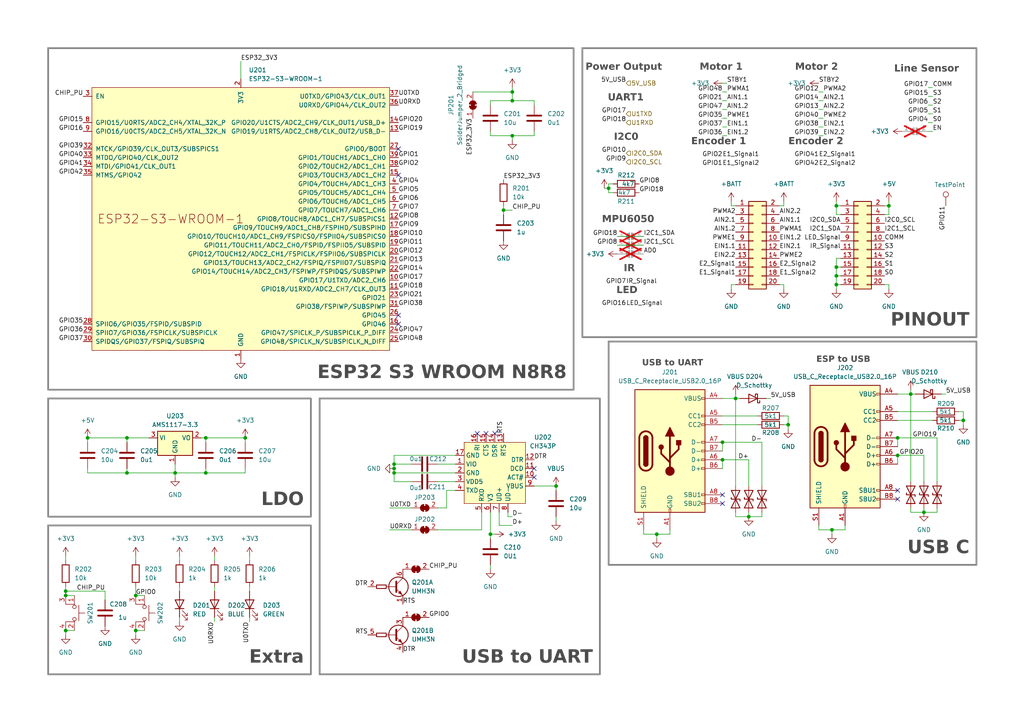
<source format=kicad_sch>
(kicad_sch (version 20231120) (generator "eeschema") (generator_version "8.0")
  (paper "A4")
  (junction (at 148.59 29.21))
  (junction (at 148.59 39.37))
  (junction (at 114.3 135.89))
  (junction (at 242.57 82.55))
  (junction (at 257.81 59.69))
  (junction (at 213.36 115.57))
  (junction (at 114.3 134.62))
  (junction (at 161.29 140.97))
  (junction (at 260.35 132.08))
  (junction (at 71.12 127))
  (junction (at 36.83 137.16))
  (junction (at 217.17 149.86))
  (junction (at 190.5 154.94))
  (junction (at 242.57 77.47))
  (junction (at 146.05 60.96))
  (junction (at 209.55 128.27))
  (junction (at 228.6 123.19))
  (junction (at 242.57 80.01))
  (junction (at 50.8 137.16))
  (junction (at 19.05 182.88))
  (junction (at 260.35 127))
  (junction (at 242.57 59.69))
  (junction (at 241.3 153.67))
  (junction (at 142.24 154.94))
  (junction (at 59.69 127))
  (junction (at 36.83 127))
  (junction (at 176.53 54.61))
  (junction (at 209.55 133.35))
  (junction (at 39.37 182.88))
  (junction (at 19.05 171.45))
  (junction (at 114.3 137.16))
  (junction (at 19.05 172.72))
  (junction (at 267.97 148.59))
  (junction (at 264.16 114.3))
  (junction (at 25.4 127))
  (junction (at 279.4 121.92))
  (junction (at 39.37 172.72))
  (junction (at 148.59 26.67))
  (junction (at 59.69 137.16))
  (no_connect (at 115.57 91.44))
  (no_connect (at 115.57 93.98))
  (no_connect (at 138.43 125.73))
  (no_connect (at 115.57 50.8))
  (no_connect (at 154.94 138.43))
  (no_connect (at 260.35 142.24))
  (no_connect (at 260.35 144.78))
  (no_connect (at 140.97 125.73))
  (no_connect (at 209.55 143.51))
  (no_connect (at 143.51 125.73))
  (no_connect (at 115.57 43.18))
  (no_connect (at 209.55 146.05))
  (no_connect (at 154.94 135.89))
  (wire (pts (xy 19.05 170.18) (xy 19.05 171.45)))
  (wire (pts (xy 270.51 30.48) (xy 269.24 30.48)))
  (wire (pts (xy 186.69 154.94) (xy 190.5 154.94)))
  (wire (pts (xy 242.57 82.55) (xy 243.84 82.55)))
  (wire (pts (xy 30.48 173.99) (xy 30.48 171.45)))
  (wire (pts (xy 238.76 29.21) (xy 237.49 29.21)))
  (wire (pts (xy 39.37 172.72) (xy 41.91 172.72)))
  (wire (pts (xy 271.78 139.7) (xy 271.78 127)))
  (wire (pts (xy 242.57 59.69) (xy 242.57 62.23)))
  (wire (pts (xy 36.83 127) (xy 36.83 128.27)))
  (wire (pts (xy 127 153.67) (xy 139.7 153.67)))
  (wire (pts (xy 257.81 62.23) (xy 257.81 59.69)))
  (wire (pts (xy 210.82 39.37) (xy 209.55 39.37)))
  (wire (pts (xy 267.97 132.08) (xy 260.35 132.08)))
  (wire (pts (xy 142.24 39.37) (xy 148.59 39.37)))
  (wire (pts (xy 210.82 29.21) (xy 209.55 29.21)))
  (wire (pts (xy 227.33 82.55) (xy 227.33 83.82)))
  (wire (pts (xy 176.53 55.88) (xy 177.8 55.88)))
  (wire (pts (xy 113.03 147.32) (xy 119.38 147.32)))
  (wire (pts (xy 148.59 29.21) (xy 154.94 29.21)))
  (wire (pts (xy 36.83 137.16) (xy 50.8 137.16)))
  (wire (pts (xy 270.51 33.02) (xy 269.24 33.02)))
  (wire (pts (xy 62.23 161.29) (xy 62.23 162.56)))
  (wire (pts (xy 220.98 128.27) (xy 209.55 128.27)))
  (wire (pts (xy 209.55 120.65) (xy 219.71 120.65)))
  (wire (pts (xy 264.16 114.3) (xy 265.43 114.3)))
  (wire (pts (xy 264.16 114.3) (xy 264.16 139.7)))
  (wire (pts (xy 113.03 153.67) (xy 119.38 153.67)))
  (wire (pts (xy 220.98 140.97) (xy 220.98 128.27)))
  (wire (pts (xy 257.81 82.55) (xy 256.54 82.55)))
  (wire (pts (xy 142.24 30.48) (xy 142.24 29.21)))
  (wire (pts (xy 139.7 153.67) (xy 139.7 148.59)))
  (wire (pts (xy 25.4 137.16) (xy 36.83 137.16)))
  (wire (pts (xy 257.81 82.55) (xy 257.81 83.82)))
  (wire (pts (xy 39.37 182.88) (xy 39.37 184.15)))
  (wire (pts (xy 194.31 154.94) (xy 190.5 154.94)))
  (wire (pts (xy 217.17 148.59) (xy 217.17 149.86)))
  (wire (pts (xy 148.59 60.96) (xy 146.05 60.96)))
  (wire (pts (xy 210.82 24.13) (xy 209.55 24.13)))
  (wire (pts (xy 238.76 34.29) (xy 237.49 34.29)))
  (wire (pts (xy 210.82 26.67) (xy 209.55 26.67)))
  (wire (pts (xy 114.3 139.7) (xy 114.3 137.16)))
  (wire (pts (xy 59.69 137.16) (xy 50.8 137.16)))
  (wire (pts (xy 242.57 74.93) (xy 242.57 77.47)))
  (wire (pts (xy 209.55 123.19) (xy 219.71 123.19)))
  (wire (pts (xy 270.51 27.94) (xy 269.24 27.94)))
  (wire (pts (xy 62.23 170.18) (xy 62.23 171.45)))
  (wire (pts (xy 213.36 148.59) (xy 213.36 149.86)))
  (wire (pts (xy 142.24 154.94) (xy 142.24 156.21)))
  (wire (pts (xy 114.3 137.16) (xy 114.3 135.89)))
  (wire (pts (xy 238.76 26.67) (xy 237.49 26.67)))
  (wire (pts (xy 241.3 153.67) (xy 241.3 154.94)))
  (wire (pts (xy 256.54 62.23) (xy 257.81 62.23)))
  (wire (pts (xy 50.8 134.62) (xy 50.8 137.16)))
  (wire (pts (xy 19.05 182.88) (xy 21.59 182.88)))
  (wire (pts (xy 132.08 132.08) (xy 114.3 132.08)))
  (wire (pts (xy 260.35 127) (xy 260.35 129.54)))
  (wire (pts (xy 212.09 59.69) (xy 213.36 59.69)))
  (wire (pts (xy 143.51 154.94) (xy 142.24 154.94)))
  (wire (pts (xy 270.51 35.56) (xy 269.24 35.56)))
  (wire (pts (xy 227.33 123.19) (xy 228.6 123.19)))
  (wire (pts (xy 19.05 172.72) (xy 21.59 172.72)))
  (wire (pts (xy 19.05 171.45) (xy 19.05 172.72)))
  (wire (pts (xy 186.69 153.67) (xy 186.69 154.94)))
  (wire (pts (xy 245.11 153.67) (xy 241.3 153.67)))
  (wire (pts (xy 212.09 59.69) (xy 212.09 58.42)))
  (wire (pts (xy 260.35 119.38) (xy 270.51 119.38)))
  (wire (pts (xy 71.12 127) (xy 71.12 128.27)))
  (wire (pts (xy 154.94 29.21) (xy 154.94 30.48)))
  (wire (pts (xy 179.07 68.58) (xy 186.69 68.58)))
  (wire (pts (xy 142.24 163.83) (xy 142.24 165.1)))
  (wire (pts (xy 242.57 80.01) (xy 243.84 80.01)))
  (wire (pts (xy 209.55 133.35) (xy 209.55 135.89)))
  (wire (pts (xy 238.76 36.83) (xy 237.49 36.83)))
  (wire (pts (xy 217.17 133.35) (xy 209.55 133.35)))
  (wire (pts (xy 72.39 179.07) (xy 72.39 180.34)))
  (wire (pts (xy 36.83 135.89) (xy 36.83 137.16)))
  (wire (pts (xy 127 134.62) (xy 132.08 134.62)))
  (wire (pts (xy 273.05 114.3) (xy 274.32 114.3)))
  (wire (pts (xy 71.12 135.89) (xy 71.12 137.16)))
  (wire (pts (xy 242.57 82.55) (xy 242.57 83.82)))
  (wire (pts (xy 147.32 148.59) (xy 147.32 149.86)))
  (wire (pts (xy 260.35 132.08) (xy 260.35 134.62)))
  (wire (pts (xy 52.07 170.18) (xy 52.07 171.45)))
  (wire (pts (xy 142.24 29.21) (xy 148.59 29.21)))
  (wire (pts (xy 50.8 137.16) (xy 50.8 138.43)))
  (wire (pts (xy 129.54 142.24) (xy 132.08 142.24)))
  (wire (pts (xy 142.24 148.59) (xy 142.24 154.94)))
  (wire (pts (xy 179.07 71.12) (xy 186.69 71.12)))
  (wire (pts (xy 154.94 38.1) (xy 154.94 39.37)))
  (wire (pts (xy 58.42 127) (xy 59.69 127)))
  (wire (pts (xy 264.16 113.03) (xy 264.16 114.3)))
  (wire (pts (xy 72.39 161.29) (xy 72.39 162.56)))
  (wire (pts (xy 220.98 148.59) (xy 220.98 149.86)))
  (wire (pts (xy 190.5 154.94) (xy 190.5 156.21)))
  (wire (pts (xy 226.06 59.69) (xy 227.33 59.69)))
  (wire (pts (xy 212.09 82.55) (xy 212.09 83.82)))
  (wire (pts (xy 242.57 80.01) (xy 242.57 82.55)))
  (wire (pts (xy 238.76 39.37) (xy 237.49 39.37)))
  (wire (pts (xy 137.16 26.67) (xy 148.59 26.67)))
  (wire (pts (xy 127 139.7) (xy 132.08 139.7)))
  (wire (pts (xy 62.23 179.07) (xy 62.23 180.34)))
  (wire (pts (xy 39.37 170.18) (xy 39.37 172.72)))
  (wire (pts (xy 238.76 31.75) (xy 237.49 31.75)))
  (wire (pts (xy 25.4 127) (xy 36.83 127)))
  (wire (pts (xy 52.07 179.07) (xy 52.07 180.34)))
  (wire (pts (xy 237.49 152.4) (xy 237.49 153.67)))
  (wire (pts (xy 161.29 149.86) (xy 161.29 151.13)))
  (wire (pts (xy 148.59 39.37) (xy 148.59 40.64)))
  (wire (pts (xy 227.33 82.55) (xy 226.06 82.55)))
  (wire (pts (xy 242.57 77.47) (xy 242.57 80.01)))
  (wire (pts (xy 209.55 128.27) (xy 209.55 130.81)))
  (wire (pts (xy 271.78 147.32) (xy 271.78 148.59)))
  (wire (pts (xy 210.82 31.75) (xy 209.55 31.75)))
  (wire (pts (xy 242.57 62.23) (xy 243.84 62.23)))
  (wire (pts (xy 264.16 147.32) (xy 264.16 148.59)))
  (wire (pts (xy 213.36 115.57) (xy 214.63 115.57)))
  (wire (pts (xy 278.13 121.92) (xy 279.4 121.92)))
  (wire (pts (xy 19.05 182.88) (xy 19.05 184.15)))
  (wire (pts (xy 146.05 59.69) (xy 146.05 60.96)))
  (wire (pts (xy 210.82 34.29) (xy 209.55 34.29)))
  (wire (pts (xy 129.54 147.32) (xy 129.54 142.24)))
  (wire (pts (xy 25.4 128.27) (xy 25.4 127)))
  (wire (pts (xy 43.18 127) (xy 36.83 127)))
  (wire (pts (xy 146.05 60.96) (xy 146.05 62.23)))
  (wire (pts (xy 148.59 25.4) (xy 148.59 26.67)))
  (wire (pts (xy 114.3 135.89) (xy 114.3 134.62)))
  (wire (pts (xy 228.6 120.65) (xy 228.6 123.19)))
  (wire (pts (xy 114.3 132.08) (xy 114.3 134.62)))
  (wire (pts (xy 39.37 161.29) (xy 39.37 162.56)))
  (wire (pts (xy 213.36 114.3) (xy 213.36 115.57)))
  (wire (pts (xy 220.98 149.86) (xy 217.17 149.86)))
  (wire (pts (xy 127 147.32) (xy 129.54 147.32)))
  (wire (pts (xy 270.51 25.4) (xy 269.24 25.4)))
  (wire (pts (xy 148.59 26.67) (xy 148.59 29.21)))
  (wire (pts (xy 257.81 59.69) (xy 257.81 58.42)))
  (wire (pts (xy 144.78 148.59) (xy 144.78 152.4)))
  (wire (pts (xy 264.16 148.59) (xy 267.97 148.59)))
  (wire (pts (xy 245.11 152.4) (xy 245.11 153.67)))
  (wire (pts (xy 147.32 149.86) (xy 148.59 149.86)))
  (wire (pts (xy 59.69 127) (xy 71.12 127)))
  (wire (pts (xy 260.35 114.3) (xy 264.16 114.3)))
  (wire (pts (xy 227.33 120.65) (xy 228.6 120.65)))
  (wire (pts (xy 237.49 153.67) (xy 241.3 153.67)))
  (wire (pts (xy 217.17 140.97) (xy 217.17 133.35)))
  (wire (pts (xy 175.26 54.61) (xy 176.53 54.61)))
  (wire (pts (xy 279.4 119.38) (xy 279.4 121.92)))
  (wire (pts (xy 279.4 121.92) (xy 279.4 123.19)))
  (wire (pts (xy 59.69 127) (xy 59.69 128.27)))
  (wire (pts (xy 132.08 137.16) (xy 114.3 137.16)))
  (wire (pts (xy 212.09 82.55) (xy 213.36 82.55)))
  (wire (pts (xy 177.8 53.34) (xy 176.53 53.34)))
  (wire (pts (xy 69.85 17.78) (xy 69.85 22.86)))
  (wire (pts (xy 71.12 137.16) (xy 59.69 137.16)))
  (wire (pts (xy 271.78 127) (xy 260.35 127)))
  (wire (pts (xy 209.55 115.57) (xy 213.36 115.57)))
  (wire (pts (xy 227.33 59.69) (xy 227.33 58.42)))
  (wire (pts (xy 52.07 161.29) (xy 52.07 162.56)))
  (wire (pts (xy 260.35 121.92) (xy 270.51 121.92)))
  (wire (pts (xy 72.39 170.18) (xy 72.39 171.45)))
  (wire (pts (xy 39.37 182.88) (xy 41.91 182.88)))
  (wire (pts (xy 267.97 139.7) (xy 267.97 132.08)))
  (wire (pts (xy 114.3 134.62) (xy 119.38 134.62)))
  (wire (pts (xy 228.6 123.19) (xy 228.6 124.46)))
  (wire (pts (xy 243.84 74.93) (xy 242.57 74.93)))
  (wire (pts (xy 242.57 59.69) (xy 243.84 59.69)))
  (wire (pts (xy 271.78 148.59) (xy 267.97 148.59)))
  (wire (pts (xy 242.57 58.42) (xy 242.57 59.69)))
  (wire (pts (xy 256.54 59.69) (xy 257.81 59.69)))
  (wire (pts (xy 19.05 161.29) (xy 19.05 162.56)))
  (wire (pts (xy 161.29 140.97) (xy 161.29 142.24)))
  (wire (pts (xy 142.24 38.1) (xy 142.24 39.37)))
  (wire (pts (xy 213.36 149.86) (xy 217.17 149.86)))
  (wire (pts (xy 30.48 171.45) (xy 19.05 171.45)))
  (wire (pts (xy 210.82 36.83) (xy 209.55 36.83)))
  (wire (pts (xy 278.13 119.38) (xy 279.4 119.38)))
  (wire (pts (xy 176.53 54.61) (xy 176.53 55.88)))
  (wire (pts (xy 213.36 115.57) (xy 213.36 140.97)))
  (wire (pts (xy 59.69 135.89) (xy 59.69 137.16)))
  (wire (pts (xy 222.25 115.57) (xy 223.52 115.57)))
  (wire (pts (xy 119.38 139.7) (xy 114.3 139.7)))
  (wire (pts (xy 148.59 39.37) (xy 154.94 39.37)))
  (wire (pts (xy 270.51 38.1) (xy 269.24 38.1)))
  (wire (pts (xy 194.31 153.67) (xy 194.31 154.94)))
  (wire (pts (xy 176.53 53.34) (xy 176.53 54.61)))
  (wire (pts (xy 144.78 152.4) (xy 148.59 152.4)))
  (wire (pts (xy 25.4 135.89) (xy 25.4 137.16)))
  (wire (pts (xy 242.57 77.47) (xy 243.84 77.47)))
  (wire (pts (xy 154.94 140.97) (xy 161.29 140.97)))
  (wire (pts (xy 267.97 147.32) (xy 267.97 148.59)))
  (rectangle (start 168.91 13.97) (end 283.21 97.79) (stroke (width 0.508) (color 132 132 132 1)))
  (rectangle (start 13.97 152.4) (end 90.17 195.58) (stroke (width 0.508) (color 132 132 132 1)))
  (rectangle (start 13.97 115.57) (end 90.17 149.86) (stroke (width 0.508) (color 132 132 132 1)))
  (rectangle (start 13.97 13.97) (end 166.37 113.03) (stroke (width 0.508) (color 132 132 132 1)))
  (rectangle (start 92.71 115.57) (end 173.99 195.58) (stroke (width 0.508) (color 132 132 132 1)))
  (rectangle (start 176.53 99.06) (end 283.21 163.83) (stroke (width 0.508) (color 132 132 132 1)))
  (text "USB to UART" (at 195.072 105.918 0) (effects (font (size 1.778 1.778) (thickness 0.254) (bold yes))))
  (text "USB to UART" (at 171.958 194.056 0) (effects (font (size 3.81 3.81) (thickness 0.254) (bold yes)) (justify right bottom)))
  (text "UART1" (at 186.69 30.226 0) (effects (font (size 2.032 2.032) (thickness 0.254) (bold yes)) (justify right bottom)))
  (text "Encoder 1" (at 216.408 42.926 0) (effects (font (size 2.032 2.032) (thickness 0.254) (bold yes)) (justify right bottom)))
  (text "Line Sensor" (at 278.13 21.844 0) (effects (font (size 2.032 2.032) (thickness 0.254) (bold yes)) (justify right bottom)))
  (text "I2C0" (at 185.166 41.656 0) (effects (font (size 2.032 2.032) (thickness 0.254) (bold yes)) (justify right bottom)))
  (text "Motor 2" (at 243.078 21.336 0) (effects (font (size 2.032 2.032) (thickness 0.254) (bold yes)) (justify right bottom)))
  (text "PINOUT" (at 281.178 96.266 0) (effects (font (size 3.81 3.81) (thickness 0.254) (bold yes)) (justify right bottom)))
  (text "MPU6050" (at 189.738 65.532 0) (effects (font (size 2.032 2.032) (thickness 0.254) (bold yes)) (justify right bottom)))
  (text "USB C" (at 281.178 162.306 0) (effects (font (size 3.81 3.81) (thickness 0.254) (bold yes)) (justify right bottom)))
  (text "ESP to USB" (at 244.602 104.902 0) (effects (font (size 1.778 1.778) (thickness 0.254) (bold yes))))
  (text "Motor 1" (at 215.392 21.336 0) (effects (font (size 2.032 2.032) (thickness 0.254) (bold yes)) (justify right bottom)))
  (text "ESP32 S3 WROOM N8R8" (at 164.338 111.506 0) (effects (font (size 3.81 3.81) (thickness 0.254) (bold yes)) (justify right bottom)))
  (text "Power Output" (at 192.024 21.336 0) (effects (font (size 2.032 2.032) (thickness 0.254) (bold yes)) (justify right bottom)))
  (text "LED" (at 184.912 86.106 0) (effects (font (size 2.032 2.032) (thickness 0.254) (bold yes)) (justify right bottom)))
  (text "IR" (at 184.15 79.756 0) (effects (font (size 2.032 2.032) (thickness 0.254) (bold yes)) (justify right bottom)))
  (text "Extra" (at 88.138 194.056 0) (effects (font (size 3.81 3.81) (thickness 0.254) (bold yes)) (justify right bottom)))
  (text "Encoder 2" (at 244.602 42.926 0) (effects (font (size 2.032 2.032) (thickness 0.254) (bold yes)) (justify right bottom)))
  (text "LDO" (at 88.138 148.336 0) (effects (font (size 3.81 3.81) (thickness 0.254) (bold yes)) (justify right bottom)))
  (label "LED_Signal" (at 181.61 88.9 0))
  (label "GPIO13" (at 115.57 76.2 0))
  (label "I2C0_SDA" (at 243.84 64.77 180))
  (label "DTR" (at 106.68 170.18 180))
  (label "E2_Signal2" (at 237.49 48.26 0))
  (label "S2" (at 256.54 74.93 0))
  (label "GPIO36" (at 209.55 39.37 180))
  (label "GPIO21" (at 209.55 29.21 180))
  (label "GPIO1" (at 115.57 45.72 0))
  (label "D-" (at 148.59 149.86 0))
  (label "GPIO39" (at 237.49 39.37 180))
  (label "GPIO47" (at 209.55 31.75 180))
  (label "GPIO14" (at 115.57 78.74 0))
  (label "GPIO40" (at 237.49 34.29 180))
  (label "AD0" (at 186.69 73.66 0))
  (label "GPIO17" (at 181.61 33.02 180))
  (label "GPIO5" (at 269.24 33.02 180))
  (label "GPIO17" (at 269.24 25.4 180))
  (label "LED_Signal" (at 243.84 69.85 180))
  (label "U0TXD" (at 115.57 27.94 0))
  (label "PWME2" (at 238.76 34.29 0))
  (label "5V_USB" (at 223.52 115.57 0))
  (label "GPIO7" (at 181.61 82.55 180))
  (label "AIN1.1" (at 226.06 64.77 0))
  (label "GPIO13" (at 237.49 31.75 180))
  (label "CHIP_PU" (at 148.59 60.96 0))
  (label "STBY1" (at 210.82 24.13 0))
  (label "GPIO20" (at 267.97 132.08 180))
  (label "GPIO16" (at 24.13 38.1 180))
  (label "EIN2.2" (at 213.36 74.93 180))
  (label "GPIO2" (at 209.55 45.72 180))
  (label "GPIO5" (at 115.57 55.88 0))
  (label "EIN2.1" (at 238.76 36.83 0))
  (label "PWMA2" (at 213.36 62.23 180))
  (label "E2_Signal1" (at 237.49 45.72 0))
  (label "CHIP_PU" (at 24.13 27.94 180))
  (label "GPIO37" (at 209.55 36.83 180))
  (label "GPIO37" (at 24.13 99.06 180))
  (label "GPIO18" (at 181.61 35.56 180))
  (label "AIN1.2" (at 210.82 31.75 0))
  (label "GPIO0" (at 39.37 172.72 0))
  (label "GPIO6" (at 115.57 58.42 0))
  (label "U0RXD" (at 113.03 153.67 0))
  (label "GPIO19" (at 271.78 127 180))
  (label "GPIO7" (at 115.57 60.96 0))
  (label "GPIO48" (at 115.57 99.06 0))
  (label "GPIO18" (at 185.42 55.88 0))
  (label "ESP32_3V3" (at 137.16 34.29 270))
  (label "S0" (at 270.51 35.56 0))
  (label "E1_Signal1" (at 213.36 80.01 180))
  (label "I2C1_SDA" (at 186.69 68.58 0))
  (label "PWME2" (at 226.06 74.93 0))
  (label "EIN1.1" (at 213.36 72.39 180))
  (label "E1_Signal2" (at 226.06 80.01 0))
  (label "ESP32_3V3" (at 69.85 17.78 0))
  (label "COMM" (at 256.54 69.85 0))
  (label "GPIO47" (at 115.57 96.52 0))
  (label "GPIO40" (at 24.13 45.72 180))
  (label "S1" (at 270.51 33.02 0))
  (label "S3" (at 270.51 27.94 0))
  (label "GPIO21" (at 115.57 86.36 0))
  (label "D-" (at 220.98 128.27 180))
  (label "GPIO48" (at 209.55 26.67 180))
  (label "I2C0_SCL" (at 256.54 64.77 0))
  (label "ESP32_3V3" (at 146.05 52.07 0))
  (label "GPIO18" (at 179.07 68.58 180))
  (label "S3" (at 256.54 72.39 0))
  (label "U0RXD" (at 115.57 30.48 0))
  (label "COMM" (at 270.51 25.4 0))
  (label "GPIO14" (at 237.49 29.21 180))
  (label "GPIO9" (at 115.57 66.04 0))
  (label "AIN2.2" (at 226.06 62.23 0))
  (label "5V_USB" (at 274.32 114.3 0))
  (label "GPIO39" (at 24.13 43.18 180))
  (label "GPIO17" (at 115.57 81.28 0))
  (label "GPIO10" (at 181.61 44.45 180))
  (label "GPIO38" (at 115.57 88.9 0))
  (label "EIN1.2" (at 210.82 39.37 0))
  (label "PWMA1" (at 226.06 67.31 0))
  (label "AIN1.1" (at 210.82 29.21 0))
  (label "GPIO35" (at 209.55 34.29 180))
  (label "EIN1.1" (at 210.82 36.83 0))
  (label "GPIO4" (at 269.24 35.56 180))
  (label "U0TXD" (at 113.03 147.32 0))
  (label "E2_Signal1" (at 213.36 77.47 180))
  (label "GPIO38" (at 237.49 36.83 180))
  (label "S2" (at 270.51 30.48 0))
  (label "5V_USB" (at 181.61 24.13 180))
  (label "U0RXD" (at 62.23 180.34 270))
  (label "AIN2.1" (at 238.76 29.21 0))
  (label "E2_Signal2" (at 226.06 77.47 0))
  (label "AIN2.2" (at 238.76 31.75 0))
  (label "GPIO4" (at 115.57 53.34 0))
  (label "AIN1.2" (at 213.36 67.31 180))
  (label "GPIO10" (at 115.57 68.58 0))
  (label "DTR" (at 116.84 189.23 0))
  (label "GPIO16" (at 181.61 88.9 180))
  (label "GPIO0" (at 124.46 179.07 0))
  (label "PWMA2" (at 238.76 26.67 0))
  (label "U0TXD" (at 72.39 180.34 270))
  (label "I2C1_SCL" (at 186.69 71.12 0))
  (label "GPIO41" (at 24.13 48.26 180))
  (label "GPIO18" (at 115.57 83.82 0))
  (label "GPIO42" (at 24.13 50.8 180))
  (label "EIN2.1" (at 226.06 72.39 0))
  (label "CHIP_PU" (at 124.46 165.1 0))
  (label "GPIO19" (at 115.57 38.1 0))
  (label "IR_Signal" (at 243.84 72.39 180))
  (label "GPIO35" (at 24.13 93.98 180))
  (label "GPIO15" (at 24.13 35.56 180))
  (label "D+" (at 148.59 152.4 0))
  (label "GPIO12" (at 115.57 73.66 0))
  (label "PWME1" (at 210.82 34.29 0))
  (label "AIN2.1" (at 213.36 64.77 180))
  (label "GPIO41" (at 237.49 45.72 180))
  (label "I2C1_SDA" (at 243.84 67.31 180))
  (label "GPIO12" (at 237.49 26.67 180))
  (label "IR_Signal" (at 181.61 82.55 0))
  (label "RTS" (at 146.05 125.73 90))
  (label "S0" (at 256.54 80.01 0))
  (label "S1" (at 256.54 77.47 0))
  (label "GPIO36" (at 24.13 96.52 180))
  (label "PWME1" (at 213.36 69.85 180))
  (label "EIN2.2" (at 238.76 39.37 0))
  (label "RTS" (at 116.84 175.26 0))
  (label "GPIO9" (at 181.61 46.99 180))
  (label "GPIO1" (at 209.55 48.26 180))
  (label "STBY2" (at 237.49 24.13 0))
  (label "GPIO2" (at 115.57 48.26 0))
  (label "GPIO20" (at 115.57 35.56 0))
  (label "RTS" (at 106.68 184.15 180))
  (label "PWMA1" (at 210.82 26.67 0))
  (label "E1_Signal1" (at 209.55 45.72 0))
  (label "GPIO15" (at 269.24 27.94 180))
  (label "EIN1.2" (at 226.06 69.85 0))
  (label "D+" (at 217.17 133.35 180))
  (label "EN" (at 270.51 38.1 0))
  (label "GPIO11" (at 115.57 71.12 0))
  (label "GPIO42" (at 237.49 48.26 180))
  (label "GPIO8" (at 115.57 63.5 0))
  (label "DTR" (at 154.94 133.35 0))
  (label "GPIO8" (at 185.42 53.34 0))
  (label "GPIO11" (at 274.32 59.69 270))
  (label "CHIP_PU" (at 30.48 171.45 180))
  (label "GPIO6" (at 269.24 30.48 180))
  (label "GPIO8" (at 179.07 71.12 180))
  (label "I2C1_SCL" (at 256.54 67.31 0))
  (label "E1_Signal2" (at 209.55 48.26 0))
  (hierarchical_label "U1TXD" (shape input) (at 181.61 33.02 0))
  (hierarchical_label "I2C0_SCL" (shape input) (at 181.61 46.99 0))
  (hierarchical_label "I2C0_SDA" (shape input) (at 181.61 44.45 0))
  (hierarchical_label "5V_USB" (shape input) (at 181.61 24.13 0))
  (hierarchical_label "U1RXD" (shape input) (at 181.61 35.56 0))
  (symbol (lib_id "Device:D_TVS") (at 217.17 144.78 90) (unit 1)
    (property "Reference" "D206" (effects (hide yes)))
    (property "Value" "D_TVS" (effects (hide yes)))
    (property "Footprint" "Diode_SMD:D_SOD-523" (effects (hide yes)))
    (property "Description" "Bidirectional transient-voltage-suppression diode" (effects (hide yes)))
    (property "LCSC" "C383211" (effects (hide yes)))
  )
  (symbol (lib_id "Device:R") (at 72.39 166.37 0) (unit 1)
    (property "Reference" "R206" (at 74.93 165.0999 0) (effects (justify left)))
    (property "Value" "1k" (at 74.93 167.6399 0) (effects (justify left)))
    (property "Footprint" "Resistor_SMD:R_0805_2012Metric_Pad1.20x1.40mm_HandSolder" (effects (hide yes)))
    (property "Description" "Resistor" (effects (hide yes)))
  )
  (symbol (lib_id "power:GND") (at 241.3 154.94 0) (unit 1)
    (property "Reference" "#PWR0224" (effects (hide yes)))
    (property "Value" "GND" (at 241.3 160.02 0))
    (property "Description" "Power symbol creates a global label with name \"GND\" , ground" (effects (hide yes)))
  )
  (symbol (lib_id "Jumper:SolderJumper_2_Open") (at 182.88 68.58 0) (unit 1) (on_board no) (dnp yes)
    (property "Reference" "JP204" (effects (hide yes)))
    (property "Value" "SolderJumper_2_Open" (effects (hide yes)))
    (property "Footprint" "Jumper:SolderJumper-2_P1.3mm_Open_TrianglePad1.0x1.5mm" (effects (hide yes)))
  )
  (symbol (lib_id "Transistor_BJT:UMH3N") (at 111.76 184.15 0) (unit 2)
    (property "Reference" "Q201" (at 119.38 182.8799 0) (effects (justify left)))
    (property "Value" "UMH3N" (at 119.38 185.4199 0) (effects (justify left)))
    (property "Footprint" "Package_TO_SOT_SMD:SOT-363_SC-70-6" (effects (hide yes)))
    (property "Datasheet" "http://rohmfs.rohm.com/en/products/databook/datasheet/discrete/transistor/digital/emh3t2r-e.pdf" (effects (hide yes)))
    (property "Description" "0.1A Ic, 50V Vce, Dual NPN Input Resistor Transistors, SOT-363" (effects (hide yes)))
    (property "LCSC" "C62892" (effects (hide yes)))
  )
  (symbol (lib_id "Device:R") (at 62.23 166.37 0) (unit 1)
    (property "Reference" "R205" (at 64.77 165.0999 0) (effects (justify left)))
    (property "Value" "1k" (at 64.77 167.6399 0) (effects (justify left)))
    (property "Footprint" "Resistor_SMD:R_0805_2012Metric_Pad1.20x1.40mm_HandSolder" (effects (hide yes)))
    (property "Description" "Resistor" (effects (hide yes)))
  )
  (symbol (lib_id "Device:LED") (at 72.39 175.26 90) (unit 1)
    (property "Reference" "D203" (at 76.2 175.5774 90) (effects (justify right)))
    (property "Value" "GREEN" (at 76.2 178.1174 90) (effects (justify right)))
    (property "Footprint" "LED_SMD:LED_0805_2012Metric" (effects (hide yes)))
    (property "Description" "Light emitting diode" (effects (hide yes)))
    (property "LCSC" "C84260" (effects (hide yes)))
  )
  (symbol (lib_id "power:GND") (at 30.48 181.61 0) (unit 1)
    (property "Reference" "#PWR0229" (effects (hide yes)))
    (property "Value" "GND" (at 30.48 186.69 0))
    (property "Description" "Power symbol creates a global label with name \"GND\" , ground" (effects (hide yes)))
  )
  (symbol (lib_id "Device:C") (at 161.29 146.05 0) (unit 1)
    (property "Reference" "C209" (at 165.1 144.7799 0) (effects (justify left)))
    (property "Value" "10u" (at 165.1 147.3199 0) (effects (justify left)))
    (property "Footprint" "Capacitor_SMD:C_0805_2012Metric_Pad1.18x1.45mm_HandSolder" (effects (hide yes)))
    (property "Description" "Unpolarized capacitor" (effects (hide yes)))
  )
  (symbol (lib_id "Device:C") (at 36.83 132.08 0) (unit 1)
    (property "Reference" "C205" (at 40.64 130.8099 0) (effects (justify left)))
    (property "Value" "0u1" (at 40.64 133.3499 0) (effects (justify left)))
    (property "Footprint" "Capacitor_SMD:C_0805_2012Metric_Pad1.18x1.45mm_HandSolder" (effects (hide yes)))
    (property "Description" "Unpolarized capacitor" (effects (hide yes)))
  )
  (symbol (lib_id "Jumper:SolderJumper_2_Bridged") (at 120.65 165.1 0) (unit 1)
    (property "Reference" "JP206" (effects (hide yes)))
    (property "Value" "SolderJumper_2_Bridged" (effects (hide yes)))
    (property "Footprint" "Jumper:SolderJumper-2_P1.3mm_Bridged_RoundedPad1.0x1.5mm" (effects (hide yes)))
  )
  (symbol (lib_id "power:+5V") (at 257.81 58.42 0) (unit 1)
    (property "Reference" "#PWR0240" (effects (hide yes)))
    (property "Value" "+5V" (at 257.81 53.34 0))
    (property "Description" "Power symbol creates a global label with name \"+5V\"" (effects (hide yes)))
  )
  (symbol (lib_id "power:+BATT") (at 212.09 58.42 0) (unit 1)
    (property "Reference" "#PWR0220" (effects (hide yes)))
    (property "Value" "+BATT" (at 212.09 53.34 0))
    (property "Description" "Power symbol creates a global label with name \"+BATT\"" (effects (hide yes)))
  )
  (symbol (lib_id "power:+3V3") (at 62.23 161.29 0) (unit 1)
    (property "Reference" "#PWR0211" (effects (hide yes)))
    (property "Value" "+3V3" (at 62.23 156.21 0))
    (property "Description" "Power symbol creates a global label with name \"+3V3\"" (effects (hide yes)))
  )
  (symbol (lib_id "power:VBUS") (at 213.36 114.3 0) (unit 1)
    (property "Reference" "#PWR0219" (effects (hide yes)))
    (property "Value" "VBUS" (at 213.36 109.22 0))
    (property "Description" "Power symbol creates a global label with name \"VBUS\"" (effects (hide yes)))
  )
  (symbol (lib_id "Jumper:SolderJumper_2_Bridged") (at 123.19 147.32 0) (unit 1)
    (property "Reference" "JP203" (at 123.19 144.272 0))
    (property "Value" "SolderJumper_2_Bridged" (effects (hide yes)))
    (property "Footprint" "Jumper:SolderJumper-2_P1.3mm_Bridged_RoundedPad1.0x1.5mm" (effects (hide yes)))
    (property "Description" "Solder Jumper, 2-pole, closed/bridged" (effects (hide yes)))
  )
  (symbol (lib_id "Connector:USB_C_Receptacle_USB2.0_16P") (at 194.31 130.81 0) (unit 1)
    (property "Reference" "J201" (at 194.31 107.95 0))
    (property "Value" "USB_C_Receptacle_USB2.0_16P" (at 194.31 110.49 0))
    (property "Footprint" "Connector_USB:USB_C_Receptacle_G-Switch_GT-USB-7010ASV" (effects (hide yes)))
    (property "Datasheet" "https://www.usb.org/sites/default/files/documents/usb_type-c.zip" (effects (hide yes)))
    (property "Description" "USB 2.0-only 16P Type-C Receptacle connector" (effects (hide yes)))
    (property "LCSC" "C2765186" (effects (hide yes)))
  )
  (symbol (lib_id "Device:C") (at 146.05 66.04 0) (unit 1)
    (property "Reference" "C203" (at 149.86 64.7699 0) (effects (justify left)))
    (property "Value" "1u" (at 149.86 67.3099 0) (effects (justify left)))
    (property "Footprint" "Capacitor_SMD:C_0805_2012Metric_Pad1.18x1.45mm_HandSolder" (effects (hide yes)))
    (property "Description" "Unpolarized capacitor" (effects (hide yes)))
  )
  (symbol (lib_id "Connector:TestPoint") (at 274.32 59.69 0) (unit 1)
    (property "Reference" "TP201" (effects (hide yes)))
    (property "Value" "TestPoint" (at 271.018 53.594 0) (effects (justify left)))
    (property "Footprint" "TestPoint:TestPoint_Pad_D1.0mm" (effects (hide yes)))
    (property "Description" "test point" (effects (hide yes)))
  )
  (symbol (lib_id "Device:R") (at 146.05 55.88 0) (unit 1)
    (property "Reference" "R201" (at 148.59 54.6099 0) (effects (justify left)))
    (property "Value" "10k" (at 148.59 57.1499 0) (effects (justify left)))
    (property "Footprint" "Resistor_SMD:R_0805_2012Metric_Pad1.20x1.40mm_HandSolder" (effects (hide yes)))
    (property "Description" "Resistor" (effects (hide yes)))
  )
  (symbol (lib_id "power:GND") (at 39.37 184.15 0) (unit 1)
    (property "Reference" "#PWR0209" (effects (hide yes)))
    (property "Value" "GND" (at 39.37 189.23 0))
    (property "Description" "Power symbol creates a global label with name \"GND\" , ground" (effects (hide yes)))
  )
  (symbol (lib_id "Device:LED") (at 62.23 175.26 90) (unit 1)
    (property "Reference" "D202" (at 66.04 175.5774 90) (effects (justify right)))
    (property "Value" "BLUE" (at 66.04 178.1174 90) (effects (justify right)))
    (property "Footprint" "LED_SMD:LED_0805_2012Metric" (effects (hide yes)))
    (property "Description" "Light emitting diode" (effects (hide yes)))
    (property "LCSC" "C205441" (effects (hide yes)))
  )
  (symbol (lib_id "power:GND") (at 52.07 180.34 0) (unit 1)
    (property "Reference" "#PWR0213" (effects (hide yes)))
    (property "Value" "GND" (at 52.07 185.42 0))
    (property "Description" "Power symbol creates a global label with name \"GND\" , ground" (effects (hide yes)))
  )
  (symbol (lib_id "power:GND") (at 161.29 151.13 0) (unit 1)
    (property "Reference" "#PWR0215" (effects (hide yes)))
    (property "Value" "GND" (at 161.29 156.21 0))
    (property "Description" "Power symbol creates a global label with name \"GND\" , ground" (effects (hide yes)))
  )
  (symbol (lib_id "power:+3V3") (at 209.55 24.13 90) (unit 1)
    (property "Reference" "#PWR0227" (effects (hide yes)))
    (property "Value" "+3V3" (at 205.74 24.1299 90) (effects (justify left)))
    (property "Description" "Power symbol creates a global label with name \"+3V3\"" (effects (hide yes)))
  )
  (symbol (lib_id "Device:D_TVS") (at 271.78 143.51 90) (unit 1)
    (property "Reference" "D211" (effects (hide yes)))
    (property "Value" "D_TVS" (effects (hide yes)))
    (property "Footprint" "Diode_SMD:D_SOD-523" (effects (hide yes)))
    (property "Description" "Bidirectional transient-voltage-suppression diode" (effects (hide yes)))
    (property "LCSC" "C383211" (effects (hide yes)))
  )
  (symbol (lib_id "power:+3V3") (at 175.26 54.61 0) (unit 1)
    (property "Reference" "#PWR0232" (effects (hide yes)))
    (property "Value" "+3V3" (at 175.26 49.53 0))
  )
  (symbol (lib_id "Transistor_BJT:UMH3N") (at 111.76 170.18 0) (unit 1)
    (property "Reference" "Q201" (at 119.38 168.9099 0) (effects (justify left)))
    (property "Value" "UMH3N" (at 119.38 171.4499 0) (effects (justify left)))
    (property "Footprint" "Package_TO_SOT_SMD:SOT-363_SC-70-6" (effects (hide yes)))
    (property "Datasheet" "http://rohmfs.rohm.com/en/products/databook/datasheet/discrete/transistor/digital/emh3t2r-e.pdf" (effects (hide yes)))
    (property "Description" "0.1A Ic, 50V Vce, Dual NPN Input Resistor Transistors, SOT-363" (effects (hide yes)))
    (property "LCSC" "C62892" (effects (hide yes)))
  )
  (symbol (lib_id "Device:R") (at 274.32 121.92 90) (unit 1)
    (property "Reference" "R210" (at 274.32 124.206 90))
    (property "Value" "5k1" (at 274.32 121.92 90))
    (property "Footprint" "Resistor_SMD:R_0805_2012Metric_Pad1.20x1.40mm_HandSolder" (effects (hide yes)))
    (property "Description" "Resistor" (effects (hide yes)))
  )
  (symbol (lib_id "power:GND") (at 217.17 149.86 0) (unit 1)
    (property "Reference" "#PWR0222" (effects (hide yes)))
    (property "Value" "GND" (at 217.17 154.94 0))
    (property "Description" "Power symbol creates a global label with name \"GND\" , ground" (effects (hide yes)))
  )
  (symbol (lib_id "Jumper:SolderJumper_2_Bridged") (at 137.16 30.48 90) (unit 1)
    (property "Reference" "JP201" (at 130.81 30.48 0))
    (property "Value" "SolderJumper_2_Bridged" (at 133.35 30.48 0))
    (property "Footprint" "Jumper:SolderJumper-2_P1.3mm_Bridged_RoundedPad1.0x1.5mm" (effects (hide yes)))
    (property "Description" "Solder Jumper, 2-pole, closed/bridged" (effects (hide yes)))
  )
  (symbol (lib_id "Regulator_Linear:AMS1117-3.3") (at 50.8 127 0) (unit 1)
    (property "Reference" "U203" (at 50.8 120.65 0))
    (property "Value" "AMS1117-3.3" (at 50.8 123.19 0))
    (property "Footprint" "Package_TO_SOT_SMD:SOT-223-3_TabPin2" (effects (hide yes)))
    (property "Datasheet" "http://www.advanced-monolithic.com/pdf/ds1117.pdf" (effects (hide yes)))
    (property "Description" "1A Low Dropout regulator, positive, 3.3V fixed output, SOT-223" (effects (hide yes)))
    (property "LCSC" "C347222" (effects (hide yes)))
  )
  (symbol (lib_id "Connector:USB_C_Receptacle_USB2.0_16P") (at 245.11 129.54 0) (unit 1)
    (property "Reference" "J202" (at 245.11 106.68 0))
    (property "Value" "USB_C_Receptacle_USB2.0_16P" (at 245.11 109.22 0))
    (property "Footprint" "Connector_USB:USB_C_Receptacle_G-Switch_GT-USB-7010ASV" (effects (hide yes)))
    (property "Datasheet" "https://www.usb.org/sites/default/files/documents/usb_type-c.zip" (effects (hide yes)))
    (property "Description" "USB 2.0-only 16P Type-C Receptacle connector" (effects (hide yes)))
    (property "LCSC" "C2765186" (effects (hide yes)))
  )
  (symbol (lib_id "power:+3V3") (at 72.39 161.29 0) (unit 1)
    (property "Reference" "#PWR0212" (effects (hide yes)))
    (property "Value" "+3V3" (at 72.39 156.21 0))
    (property "Description" "Power symbol creates a global label with name \"+3V3\"" (effects (hide yes)))
  )
  (symbol (lib_name "SW_MEC_5E_1") (lib_id "Switch:SW_MEC_5E") (at 39.37 177.8 270) (unit 1)
    (property "Reference" "SW202" (at 46.482 177.8 0))
    (property "Value" "SW_MEC_5E" (effects (hide yes)))
    (property "Footprint" "Button_Switch_SMD:SW_SPST_B3U-1000P" (effects (hide yes)))
    (property "Datasheet" "http://www.apem.com/int/index.php?controller=attachment&id_attachment=1371" (effects (hide yes)))
    (property "Description" "MEC 5E single pole normally-open tactile switch" (effects (hide yes)))
    (property "LCSC" "C720477" (effects (hide yes)))
  )
  (symbol (lib_id "Device:D_TVS") (at 267.97 143.51 90) (unit 1)
    (property "Reference" "D209" (effects (hide yes)))
    (property "Value" "D_TVS" (effects (hide yes)))
    (property "Footprint" "Diode_SMD:D_SOD-523" (effects (hide yes)))
    (property "Description" "Bidirectional transient-voltage-suppression diode" (effects (hide yes)))
    (property "LCSC" "C383211" (effects (hide yes)))
  )
  (symbol (lib_id "power:GND") (at 228.6 124.46 0) (unit 1)
    (property "Reference" "#PWR0221" (effects (hide yes)))
    (property "Value" "GND" (at 228.6 129.54 0))
    (property "Description" "Power symbol creates a global label with name \"GND\" , ground" (effects (hide yes)))
  )
  (symbol (lib_id "power:GND") (at 242.57 83.82 0) (unit 1)
    (property "Reference" "#PWR0241" (effects (hide yes)))
    (property "Value" "GND" (at 242.57 88.9 0))
    (property "Description" "Power symbol creates a global label with name \"GND\" , ground" (effects (hide yes)))
  )
  (symbol (lib_id "Device:D_TVS") (at 264.16 143.51 90) (unit 1)
    (property "Reference" "D208" (effects (hide yes)))
    (property "Value" "D_TVS" (effects (hide yes)))
    (property "Footprint" "Diode_SMD:D_SOD-523" (effects (hide yes)))
    (property "Description" "Bidirectional transient-voltage-suppression diode" (effects (hide yes)))
    (property "LCSC" "C383211" (effects (hide yes)))
  )
  (symbol (lib_id "Connector_Generic:Conn_02x10_Odd_Even") (at 218.44 69.85 0) (unit 1)
    (property "Reference" "J203" (effects (hide yes)))
    (property "Value" "Conn_02x10_Odd_Even" (effects (hide yes)))
    (property "Footprint" "Connector_PinHeader_2.54mm:PinHeader_2x10_P2.54mm_Vertical" (effects (hide yes)))
    (property "Description" "Generic connector, double row, 02x10, odd/even pin numbering scheme (row 1 odd numbers, row 2 even numbers), script generated (kicad-library-utils/schlib/autogen/connector/)" (effects (hide yes)))
  )
  (symbol (lib_id "Device:C") (at 142.24 34.29 0) (unit 1)
    (property "Reference" "C201" (at 146.05 33.0199 0) (effects (justify left)))
    (property "Value" "10u" (at 146.05 35.5599 0) (effects (justify left)))
    (property "Footprint" "Capacitor_SMD:C_0805_2012Metric_Pad1.18x1.45mm_HandSolder" (effects (hide yes)))
    (property "Description" "Unpolarized capacitor" (effects (hide yes)))
  )
  (symbol (lib_id "Device:D_Schottky") (at 218.44 115.57 180) (unit 1)
    (property "Reference" "D204" (at 218.7575 109.22 0))
    (property "Value" "D_Schottky" (at 218.7575 111.76 0))
    (property "Footprint" "Diode_SMD:D_SOD-323" (effects (hide yes)))
    (property "Description" "Schottky diode" (effects (hide yes)))
    (property "LCSC" "C2891705" (effects (hide yes)))
  )
  (symbol (lib_id "power:+3V3") (at 148.59 25.4 0) (unit 1)
    (property "Reference" "#PWR0202" (effects (hide yes)))
    (property "Value" "+3V3" (at 148.59 20.32 0))
    (property "Description" "Power symbol creates a global label with name \"+3V3\"" (effects (hide yes)))
  )
  (symbol (lib_id "power:GND") (at 50.8 138.43 0) (unit 1)
    (property "Reference" "#PWR0205" (effects (hide yes)))
    (property "Value" "GND" (at 50.8 143.51 0))
    (property "Description" "Power symbol creates a global label with name \"GND\" , ground" (effects (hide yes)))
  )
  (symbol (lib_id "Device:R") (at 181.61 53.34 270) (unit 1)
    (property "Reference" "R212" (at 179.07 50.8 90) (effects (justify left)))
    (property "Value" "4k7" (at 180.34 53.34 90) (effects (justify left)))
    (property "Footprint" "Resistor_SMD:R_0805_2012Metric" (effects (hide yes)))
    (property "LCSC" "C17673" (effects (hide yes)))
  )
  (symbol (lib_id "power:GND") (at 146.05 69.85 0) (unit 1)
    (property "Reference" "#PWR0204" (effects (hide yes)))
    (property "Value" "GND" (at 146.05 74.93 0))
    (property "Description" "Power symbol creates a global label with name \"GND\" , ground" (effects (hide yes)))
  )
  (symbol (lib_id "Device:C") (at 154.94 34.29 0) (unit 1)
    (property "Reference" "C202" (at 158.75 33.0199 0) (effects (justify left)))
    (property "Value" "0u1" (at 158.75 35.5599 0) (effects (justify left)))
    (property "Footprint" "Capacitor_SMD:C_0805_2012Metric_Pad1.18x1.45mm_HandSolder" (effects (hide yes)))
    (property "Description" "Unpolarized capacitor" (effects (hide yes)))
  )
  (symbol (lib_id "Jumper:SolderJumper_2_Bridged") (at 123.19 153.67 0) (unit 1)
    (property "Reference" "JP202" (at 123.19 150.622 0))
    (property "Value" "SolderJumper_2_Bridged" (effects (hide yes)))
    (property "Footprint" "Jumper:SolderJumper-2_P1.3mm_Bridged_RoundedPad1.0x1.5mm" (effects (hide yes)))
    (property "Description" "Solder Jumper, 2-pole, closed/bridged" (effects (hide yes)))
  )
  (symbol (lib_id "Device:R") (at 223.52 123.19 90) (unit 1)
    (property "Reference" "R208" (at 223.52 125.476 90))
    (property "Value" "5k1" (at 223.52 123.19 90))
    (property "Footprint" "Resistor_SMD:R_0805_2012Metric_Pad1.20x1.40mm_HandSolder" (effects (hide yes)))
    (property "Description" "Resistor" (effects (hide yes)))
  )
  (symbol (lib_id "power:+3V3") (at 261.62 38.1 90) (unit 1)
    (property "Reference" "#PWR0245" (effects (hide yes)))
    (property "Value" "+3V3" (at 257.81 38.0999 90) (effects (justify left)))
    (property "Description" "Power symbol creates a global label with name \"+3V3\"" (effects (hide yes)))
  )
  (symbol (lib_id "Device:D_TVS") (at 220.98 144.78 90) (unit 1)
    (property "Reference" "D207" (effects (hide yes)))
    (property "Value" "D_TVS" (effects (hide yes)))
    (property "Footprint" "Diode_SMD:D_SOD-523" (effects (hide yes)))
    (property "Description" "Bidirectional transient-voltage-suppression diode" (effects (hide yes)))
    (property "LCSC" "C383211" (effects (hide yes)))
  )
  (symbol (lib_id "Device:C") (at 123.19 134.62 90) (unit 1)
    (property "Reference" "C212" (at 127 133.096 90))
    (property "Value" "0u1" (at 120.65 133.096 90))
    (property "Footprint" "Capacitor_SMD:C_0805_2012Metric_Pad1.18x1.45mm_HandSolder" (effects (hide yes)))
    (property "Description" "Unpolarized capacitor" (effects (hide yes)))
  )
  (symbol (lib_id "Device:D_TVS") (at 213.36 144.78 90) (unit 1)
    (property "Reference" "D205" (effects (hide yes)))
    (property "Value" "D_TVS" (effects (hide yes)))
    (property "Footprint" "Diode_SMD:D_SOD-523" (effects (hide yes)))
    (property "Description" "Bidirectional transient-voltage-suppression diode" (effects (hide yes)))
    (property "LCSC" "C383211" (effects (hide yes)))
  )
  (symbol (lib_id "power:+BATT") (at 227.33 58.42 0) (unit 1)
    (property "Reference" "#PWR0231" (effects (hide yes)))
    (property "Value" "+BATT" (at 227.33 53.34 0))
    (property "Description" "Power symbol creates a global label with name \"+BATT\"" (effects (hide yes)))
  )
  (symbol (lib_id "power:+3V3") (at 237.49 24.13 90) (unit 1)
    (property "Reference" "#PWR0235" (effects (hide yes)))
    (property "Value" "+3V3" (at 233.68 24.1299 90) (effects (justify left)))
    (property "Description" "Power symbol creates a global label with name \"+3V3\"" (effects (hide yes)))
  )
  (symbol (lib_id "Device:R") (at 19.05 166.37 0) (unit 1)
    (property "Reference" "R202" (at 21.59 165.0999 0) (effects (justify left)))
    (property "Value" "10k" (at 21.59 167.6399 0) (effects (justify left)))
    (property "Footprint" "Resistor_SMD:R_0805_2012Metric_Pad1.20x1.40mm_HandSolder" (effects (hide yes)))
    (property "Description" "Resistor" (effects (hide yes)))
  )
  (symbol (lib_id "Device:R") (at 274.32 119.38 90) (unit 1)
    (property "Reference" "R209" (at 274.32 117.094 90))
    (property "Value" "5k1" (at 274.32 119.38 90))
    (property "Footprint" "Resistor_SMD:R_0805_2012Metric_Pad1.20x1.40mm_HandSolder" (effects (hide yes)))
    (property "Description" "Resistor" (effects (hide yes)))
  )
  (symbol (lib_id "Device:R") (at 39.37 166.37 0) (unit 1)
    (property "Reference" "R203" (at 41.91 165.0999 0) (effects (justify left)))
    (property "Value" "10k" (at 41.91 167.6399 0) (effects (justify left)))
    (property "Footprint" "Resistor_SMD:R_0805_2012Metric_Pad1.20x1.40mm_HandSolder" (effects (hide yes)))
    (property "Description" "Resistor" (effects (hide yes)))
  )
  (symbol (lib_id "power:GND") (at 69.85 104.14 0) (unit 1)
    (property "Reference" "#PWR0201" (effects (hide yes)))
    (property "Value" "GND" (at 69.85 109.22 0))
    (property "Description" "Power symbol creates a global label with name \"GND\" , ground" (effects (hide yes)))
  )
  (symbol (lib_id "power:+3V3") (at 19.05 161.29 0) (unit 1)
    (property "Reference" "#PWR0206" (effects (hide yes)))
    (property "Value" "+3V3" (at 19.05 156.21 0))
    (property "Description" "Power symbol creates a global label with name \"+3V3\"" (effects (hide yes)))
  )
  (symbol (lib_id "power:+3V3") (at 242.57 58.42 0) (unit 1)
    (property "Reference" "#PWR0239" (effects (hide yes)))
    (property "Value" "+3V3" (at 242.57 53.34 0))
    (property "Description" "Power symbol creates a global label with name \"+3V3\"" (effects (hide yes)))
  )
  (symbol (lib_id "power:GND") (at 267.97 148.59 0) (unit 1)
    (property "Reference" "#PWR0226" (effects (hide yes)))
    (property "Value" "GND" (at 267.97 153.67 0))
    (property "Description" "Power symbol creates a global label with name \"GND\" , ground" (effects (hide yes)))
  )
  (symbol (lib_id "Device:C") (at 59.69 132.08 0) (unit 1)
    (property "Reference" "C206" (at 63.5 130.8099 0) (effects (justify left)))
    (property "Value" "0u1" (at 63.5 133.3499 0) (effects (justify left)))
    (property "Footprint" "Capacitor_SMD:C_0805_2012Metric_Pad1.18x1.45mm_HandSolder" (effects (hide yes)))
    (property "Description" "Unpolarized capacitor" (effects (hide yes)))
  )
  (symbol (lib_id "power:VBUS") (at 264.16 113.03 0) (unit 1)
    (property "Reference" "#PWR0225" (effects (hide yes)))
    (property "Value" "VBUS" (at 264.16 107.95 0))
    (property "Description" "Power symbol creates a global label with name \"VBUS\"" (effects (hide yes)))
  )
  (symbol (lib_id "Device:C") (at 30.48 177.8 0) (unit 1)
    (property "Reference" "C208" (at 31.75 175.2599 0) (effects (justify left)))
    (property "Value" "1u" (at 34.29 179.0699 0) (effects (justify left)))
    (property "Footprint" "Capacitor_SMD:C_0805_2012Metric_Pad1.18x1.45mm_HandSolder" (effects (hide yes)))
    (property "Description" "Unpolarized capacitor" (effects (hide yes)))
  )
  (symbol (lib_id "wch_mcu_peripheral:CH343P") (at 143.51 137.16 270) (unit 1)
    (property "Reference" "U202" (at 157.48 126.8323 90))
    (property "Value" "CH343P" (at 157.48 129.3723 90))
    (property "Footprint" "Package_DFN_QFN:TQFN-16-1EP_3x3mm_P0.5mm_EP1.23x1.23mm" (effects (hide yes)))
    (property "LCSC" "C2846043" (effects (hide yes)))
  )
  (symbol (lib_id "Device:C") (at 71.12 132.08 0) (unit 1)
    (property "Reference" "C207" (at 74.93 130.8099 0) (effects (justify left)))
    (property "Value" "10u" (at 74.93 133.3499 0) (effects (justify left)))
    (property "Footprint" "Capacitor_SMD:C_0805_2012Metric_Pad1.18x1.45mm_HandSolder" (effects (hide yes)))
    (property "Description" "Unpolarized capacitor" (effects (hide yes)))
  )
  (symbol (lib_name "SW_MEC_5E_1") (lib_id "Switch:SW_MEC_5E") (at 19.05 177.8 270) (unit 1)
    (property "Reference" "SW201" (at 26.162 177.8 0))
    (property "Value" "SW_MEC_5E" (effects (hide yes)))
    (property "Footprint" "Button_Switch_SMD:SW_SPST_B3U-1000P" (effects (hide yes)))
    (property "Datasheet" "http://www.apem.com/int/index.php?controller=attachment&id_attachment=1371" (effects (hide yes)))
    (property "Description" "MEC 5E single pole normally-open tactile switch" (effects (hide yes)))
    (property "LCSC" "C720477" (effects (hide yes)))
  )
  (symbol (lib_id "Device:C") (at 25.4 132.08 0) (unit 1)
    (property "Reference" "C204" (at 29.21 130.8099 0) (effects (justify left)))
    (property "Value" "10u" (at 29.21 133.3499 0) (effects (justify left)))
    (property "Footprint" "Capacitor_SMD:C_0805_2012Metric_Pad1.18x1.45mm_HandSolder" (effects (hide yes)))
    (property "Description" "Unpolarized capacitor" (effects (hide yes)))
  )
  (symbol (lib_id "Connector_Generic:Conn_02x10_Odd_Even") (at 248.92 69.85 0) (unit 1)
    (property "Reference" "J204" (effects (hide yes)))
    (property "Value" "Conn_02x10_Odd_Even" (effects (hide yes)))
    (property "Footprint" "Connector_PinHeader_2.54mm:PinHeader_2x10_P2.54mm_Vertical" (effects (hide yes)))
    (property "Description" "Generic connector, double row, 02x10, odd/even pin numbering scheme (row 1 odd numbers, row 2 even numbers), script generated (kicad-library-utils/schlib/autogen/connector/)" (effects (hide yes)))
  )
  (symbol (lib_id "Device:C") (at 123.19 139.7 90) (unit 1)
    (property "Reference" "C211" (at 126.746 141.224 90))
    (property "Value" "0u1" (at 120.65 141.478 90))
    (property "Footprint" "Capacitor_SMD:C_0805_2012Metric_Pad1.18x1.45mm_HandSolder" (effects (hide yes)))
    (property "Description" "Unpolarized capacitor" (effects (hide yes)))
  )
  (symbol (lib_id "power:+3V3") (at 179.07 73.66 90) (unit 1)
    (property "Reference" "#PWR0230" (effects (hide yes)))
    (property "Value" "+3V3" (at 175.26 73.6599 90) (effects (justify left)))
    (property "Description" "Power symbol creates a global label with name \"+3V3\"" (effects (hide yes)))
  )
  (symbol (lib_id "power:GND") (at 212.09 83.82 0) (unit 1)
    (property "Reference" "#PWR0243" (effects (hide yes)))
    (property "Value" "GND" (at 212.09 88.9 0))
    (property "Description" "Power symbol creates a global label with name \"GND\" , ground" (effects (hide yes)))
  )
  (symbol (lib_id "power:+3V3") (at 39.37 161.29 0) (unit 1)
    (property "Reference" "#PWR0208" (effects (hide yes)))
    (property "Value" "+3V3" (at 39.37 156.21 0))
    (property "Description" "Power symbol creates a global label with name \"+3V3\"" (effects (hide yes)))
  )
  (symbol (lib_id "power:GND") (at 279.4 123.19 0) (unit 1)
    (property "Reference" "#PWR0228" (effects (hide yes)))
    (property "Value" "GND" (at 279.4 128.27 0))
    (property "Description" "Power symbol creates a global label with name \"GND\" , ground" (effects (hide yes)))
  )
  (symbol (lib_id "Device:LED") (at 52.07 175.26 90) (unit 1)
    (property "Reference" "D201" (at 55.88 175.5774 90) (effects (justify right)))
    (property "Value" "RED" (at 55.88 178.1174 90) (effects (justify right)))
    (property "Footprint" "LED_SMD:LED_0805_2012Metric" (effects (hide yes)))
    (property "Description" "Light emitting diode" (effects (hide yes)))
    (property "Field5" "C391863" (effects (hide yes)))
  )
  (symbol (lib_id "power:VBUS") (at 161.29 140.97 0) (unit 1)
    (property "Reference" "#PWR0214" (effects (hide yes)))
    (property "Value" "VBUS" (at 161.29 135.89 0))
    (property "Description" "Power symbol creates a global label with name \"VBUS\"" (effects (hide yes)))
  )
  (symbol (lib_id "Device:C") (at 142.24 160.02 0) (unit 1)
    (property "Reference" "C210" (at 146.05 158.7499 0) (effects (justify left)))
    (property "Value" "0U1" (at 146.05 161.2899 0) (effects (justify left)))
    (property "Footprint" "Capacitor_SMD:C_0805_2012Metric_Pad1.18x1.45mm_HandSolder" (effects (hide yes)))
    (property "Description" "Unpolarized capacitor" (effects (hide yes)))
  )
  (symbol (lib_id "power:+3V3") (at 143.51 154.94 270) (unit 1)
    (property "Reference" "#PWR0217" (effects (hide yes)))
    (property "Value" "+3V3" (at 147.32 154.9399 90) (effects (justify left)))
    (property "Description" "Power symbol creates a global label with name \"+3V3\"" (effects (hide yes)))
  )
  (symbol (lib_id "Device:D_Schottky") (at 269.24 114.3 180) (unit 1)
    (property "Reference" "D210" (at 269.5575 107.95 0))
    (property "Value" "D_Schottky" (at 269.5575 110.49 0))
    (property "Footprint" "Diode_SMD:D_SOD-323" (effects (hide yes)))
    (property "Description" "Schottky diode" (effects (hide yes)))
    (property "LCSC" "C2891705" (effects (hide yes)))
  )
  (symbol (lib_id "power:GND") (at 148.59 40.64 0) (unit 1)
    (property "Reference" "#PWR0203" (effects (hide yes)))
    (property "Value" "GND" (at 148.59 45.72 0))
    (property "Description" "Power symbol creates a global label with name \"GND\" , ground" (effects (hide yes)))
  )
  (symbol (lib_id "power:GND") (at 257.81 83.82 0) (mirror y) (unit 1)
    (property "Reference" "#PWR0242" (effects (hide yes)))
    (property "Value" "GND" (at 257.81 88.9 0))
    (property "Description" "Power symbol creates a global label with name \"GND\" , ground" (effects (hide yes)))
  )
  (symbol (lib_id "power:+3V3") (at 71.12 127 0) (unit 1)
    (property "Reference" "#PWR0233" (effects (hide yes)))
    (property "Value" "+3V3" (at 71.12 121.92 0))
    (property "Description" "Power symbol creates a global label with name \"+3V3\"" (effects (hide yes)))
  )
  (symbol (lib_id "Jumper:SolderJumper_2_Bridged") (at 120.65 179.07 0) (unit 1)
    (property "Reference" "JP207" (effects (hide yes)))
    (property "Value" "SolderJumper_2_Bridged" (effects (hide yes)))
    (property "Footprint" "Jumper:SolderJumper-2_P1.3mm_Bridged_RoundedPad1.0x1.5mm" (effects (hide yes)))
  )
  (symbol (lib_id "power:GND") (at 190.5 156.21 0) (unit 1)
    (property "Reference" "#PWR0223" (effects (hide yes)))
    (property "Value" "GND" (at 190.5 161.29 0))
    (property "Description" "Power symbol creates a global label with name \"GND\" , ground" (effects (hide yes)))
  )
  (symbol (lib_id "Device:R") (at 181.61 55.88 90) (unit 1)
    (property "Reference" "R211" (at 184.15 58.42 90) (effects (justify left)))
    (property "Value" "4k7" (at 182.88 55.88 90) (effects (justify left)))
    (property "Footprint" "Resistor_SMD:R_0805_2012Metric" (effects (hide yes)))
    (property "LCSC" "C17673" (effects (hide yes)))
  )
  (symbol (lib_id "Device:R") (at 223.52 120.65 90) (unit 1)
    (property "Reference" "R207" (at 223.52 118.364 90))
    (property "Value" "5k1" (at 223.52 120.65 90))
    (property "Footprint" "Resistor_SMD:R_0805_2012Metric_Pad1.20x1.40mm_HandSolder" (effects (hide yes)))
    (property "Description" "Resistor" (effects (hide yes)))
  )
  (symbol (lib_id "Jumper:SolderJumper_2_Open") (at 265.43 38.1 0) (unit 1) (on_board no) (dnp yes)
    (property "Reference" "JP209" (effects (hide yes)))
    (property "Value" "SolderJumper_2_Open" (effects (hide yes)))
    (property "Footprint" "Jumper:SolderJumper-2_P1.3mm_Open_TrianglePad1.0x1.5mm" (effects (hide yes)))
  )
  (symbol (lib_id "Device:R") (at 52.07 166.37 0) (unit 1)
    (property "Reference" "R204" (at 54.61 165.0999 0) (effects (justify left)))
    (property "Value" "1k" (at 54.61 167.6399 0) (effects (justify left)))
    (property "Footprint" "Resistor_SMD:R_0805_2012Metric_Pad1.20x1.40mm_HandSolder" (effects (hide yes)))
    (property "Description" "Resistor" (effects (hide yes)))
  )
  (symbol (lib_id "power:GND") (at 142.24 165.1 0) (unit 1)
    (property "Reference" "#PWR0216" (effects (hide yes)))
    (property "Value" "GND" (at 142.24 170.18 0))
    (property "Description" "Power symbol creates a global label with name \"GND\" , ground" (effects (hide yes)))
  )
  (symbol (lib_id "Jumper:SolderJumper_2_Open") (at 182.88 73.66 0) (unit 1) (on_board no) (dnp yes)
    (property "Reference" "JP208" (effects (hide yes)))
    (property "Value" "SolderJumper_2_Open" (effects (hide yes)))
    (property "Footprint" "Jumper:SolderJumper-2_P1.3mm_Open_TrianglePad1.0x1.5mm" (effects (hide yes)))
  )
  (symbol (lib_id "power:+3V3") (at 52.07 161.29 0) (unit 1)
    (property "Reference" "#PWR0210" (effects (hide yes)))
    (property "Value" "+3V3" (at 52.07 156.21 0))
    (property "Description" "Power symbol creates a global label with name \"+3V3\"" (effects (hide yes)))
  )
  (symbol (lib_id "Jumper:SolderJumper_2_Open") (at 182.88 71.12 0) (unit 1) (on_board no) (dnp yes)
    (property "Reference" "JP205" (effects (hide yes)))
    (property "Value" "SolderJumper_2_Open" (effects (hide yes)))
    (property "Footprint" "Jumper:SolderJumper-2_P1.3mm_Open_TrianglePad1.0x1.5mm" (effects (hide yes)))
  )
  (symbol (lib_id "power:GND") (at 114.3 135.89 270) (unit 1)
    (property "Reference" "#PWR0218" (effects (hide yes)))
    (property "Value" "GND" (at 110.49 135.8899 90) (effects (justify right)))
    (property "Description" "Power symbol creates a global label with name \"GND\" , ground" (effects (hide yes)))
  )
  (symbol (lib_id "power:+5V") (at 25.4 127 0) (unit 1)
    (property "Reference" "#PWR0234" (effects (hide yes)))
    (property "Value" "+5V" (at 25.4 121.92 0))
    (property "Description" "Power symbol creates a global label with name \"+5V\"" (effects (hide yes)))
  )
  (symbol (lib_id "power:GND") (at 19.05 184.15 0) (unit 1)
    (property "Reference" "#PWR0207" (effects (hide yes)))
    (property "Value" "GND" (at 19.05 189.23 0))
    (property "Description" "Power symbol creates a global label with name \"GND\" , ground" (effects (hide yes)))
  )
  (symbol (lib_id "power:GND") (at 227.33 83.82 0) (mirror y) (unit 1)
    (property "Reference" "#PWR0244" (effects (hide yes)))
    (property "Value" "GND" (at 227.33 88.9 0))
    (property "Description" "Power symbol creates a global label with name \"GND\" , ground" (effects (hide yes)))
  )
  (symbol (lib_id "PCM_Espressif:ESP32-S3-WROOM-1") (at 69.85 63.5 0) (unit 1)
    (property "Reference" "U201" (at 72.1436 20.32 0) (effects (justify left)))
    (property "Value" "ESP32-S3-WROOM-1" (at 72.1436 22.86 0) (effects (justify left)))
    (property "Footprint" "PCM_Espressif:ESP32-S3-WROOM-1" (effects (hide yes)))
    (property "Datasheet" "https://www.espressif.com/sites/default/files/documentation/esp32-s3-wroom-1_wroom-1u_datasheet_en.pdf" (effects (hide yes)))
    (property "Description" "2.4 GHz WiFi (802.11 b/g/n) and Bluetooth ® 5 (LE) module Built around ESP32S3 series of SoCs, Xtensa ® dualcore 32bit LX7 microprocessor Flash up to 16 MB, PSRAM up to 8 MB 36 GPIOs, rich set of peripherals Onboard PCB antenna" (effects (hide yes)))
    (property "LCSC" "C2913205" (effects (hide yes)))
  )
)
</source>
